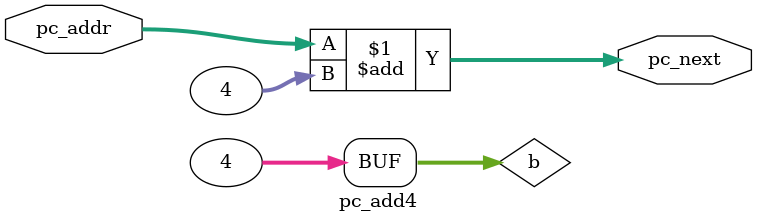
<source format=v>
module pc_add4(
    pc_addr,
    pc_next
    );

    parameter instruction_width = 32;
    
    input [instruction_width-1:0] pc_addr;
    output [instruction_width-1:0] pc_next;
    
    wire [instruction_width-1:0] b;
    
    assign b = 32'h0000_0004;
    
    //instance adder_32_bit (after improvement)
    /*
    adder_32_bit inst_pc4_adder(
        .a(pc_addr),
        .b(b),
        .cin(1'b0),
        .sum(pc_next)
    );
    */
    
    //before improvement
    assign pc_next = pc_addr + b;


endmodule

</source>
